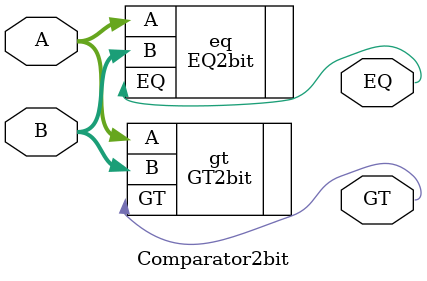
<source format=v>
`timescale 1ns/1ns
module Comparator2bit(input  [1:0] A, B, output GT, EQ);
    GT2bit gt(.A(A), .B(B), .GT(GT));
    EQ2bit eq(.A(A), .B(B), .EQ(EQ));
endmodule

</source>
